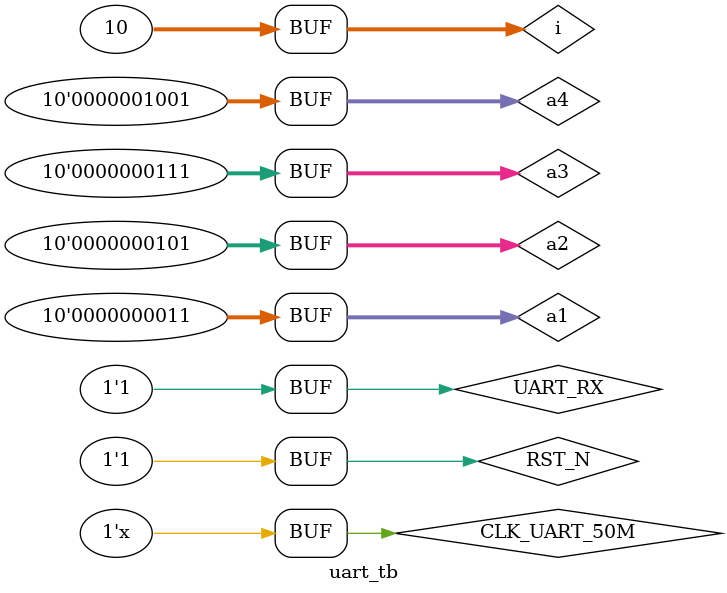
<source format=v>
`timescale 1ns / 1ps


module uart_tb;
reg CLK_UART_50M     ;
reg RST_N            ;
reg UART_RX          ;
wire UART_TX          ;
wire [31:0]UART_REG         ;
wire uart_ready_flag  ;
reg[0:9] a1={1'b0,8'd1,1'b1};
reg[0:9] a2={1'b0,8'd2,1'b1};
reg[0:9] a3={1'b0,8'd3,1'b1};
reg[0:9] a4={1'b0,8'd4,1'b1};
localparam                       CYCLE = 50 * 1000000 / 9600*2;
integer      i ;
initial begin
    CLK_UART_50M=0;
    RST_N=0;
    UART_RX=1;
    #200;
    RST_N=1;
    #20;
    for(i=0;i<10;i=i+1) begin
        UART_RX=a1[i];
        #CYCLE;
    end
    for(i=0;i<10;i=i+1) begin
        UART_RX=a2[i];
        #CYCLE;
    end
    for(i=0;i<10;i=i+1) begin
        UART_RX=a3[i];
        #CYCLE;
    end
    for(i=0;i<10;i=i+1) begin
        UART_RX=a4[i];
        #CYCLE;
    end

end
always #1 CLK_UART_50M=~CLK_UART_50M;

uart_module uart0(
    .sys_clk        (CLK_UART_50M       ),
    .rst_n          (RST_N              ),
    .uart_rx        (UART_RX            ),
    .uart_tx        (UART_TX            ),
    .uart_rx_reg    (UART_REG           ),
    .uart_rx_ready  (uart_ready_flag    ),
    .uart_tx_reg    (UART_REG           ),
    .uart_tx_en     (uart_ready_flag    )
);
endmodule

</source>
